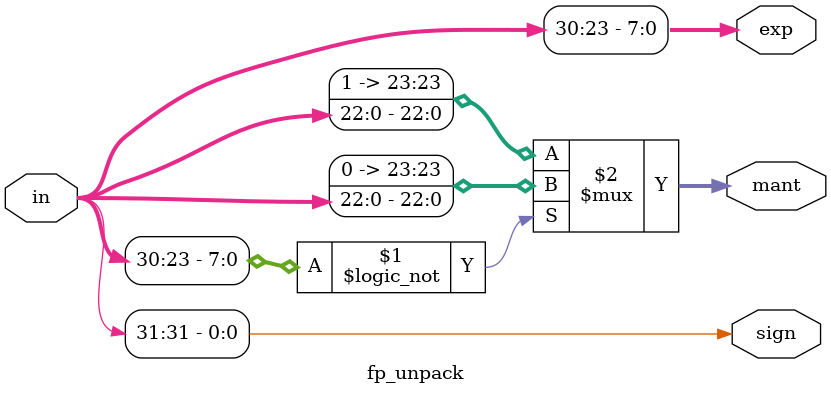
<source format=v>
module fp_unpack(    input  [31:0] in,          // 32-bit IEEE754 float
                     output        sign,        // sign bit
                     output [7:0]  exp,         // exponent
                     output [23:0] mant         // mantissa with implicit 1
);
    assign sign = in[31];
    assign exp  = in[30:23];
    assign mant = (exp == 0) ? {1'b0, in[22:0]} : {1'b1, in[22:0]};
endmodule

</source>
